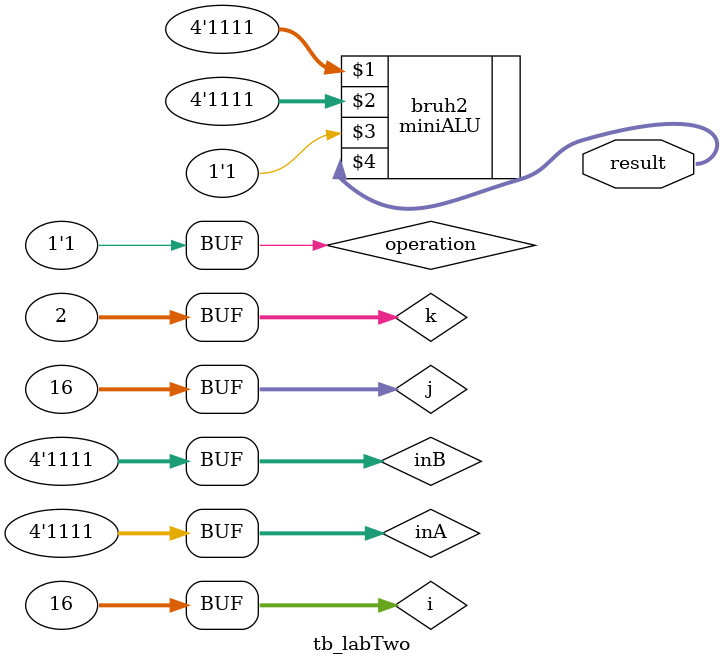
<source format=sv>
`timescale 1ns/1ns

module tb_labTwo(output [19:0] result);
	//This testbench should encapsulate miniALU since you will only use this testbench to test miniALU
	reg [3:0] inA, inB;
	reg operation;
	integer i, j, k; //these are for the for loop to know how many iterations to go through. Integers are essentially 32 bit signed regs.

	//instantiate your miniALU with the inputs/outputs from above.
	miniALU bruh2 (inA, inB, operation, result);
	
	
	initial begin
		 for(i = 0; i < 16; i = i+1) begin //Looping through all possible inA values (4 bit values -> 0 through 15)
		 #5
			  inA = i;
			  for(j = 0; j < 16; j = j + 1) begin
			  #5
					inB = j;
					for(k = 0; k < 2; k = k + 1) begin
						#5
						operation = k;
						end
						end
						
			  /*
			  --------TO DO--------
			  1. You should loop through all possible 4 bit values using j.
					2. Within the for loop, in each iteration you should:
						 3. Have a 5ns delay before doing anything 
						 4. Set inB to j and the operation to 0
						 5. Have another 5ns delay
						 6. set operation to 1
			  --------TO DO--------
			  */
		 end
	end

endmodule
</source>
